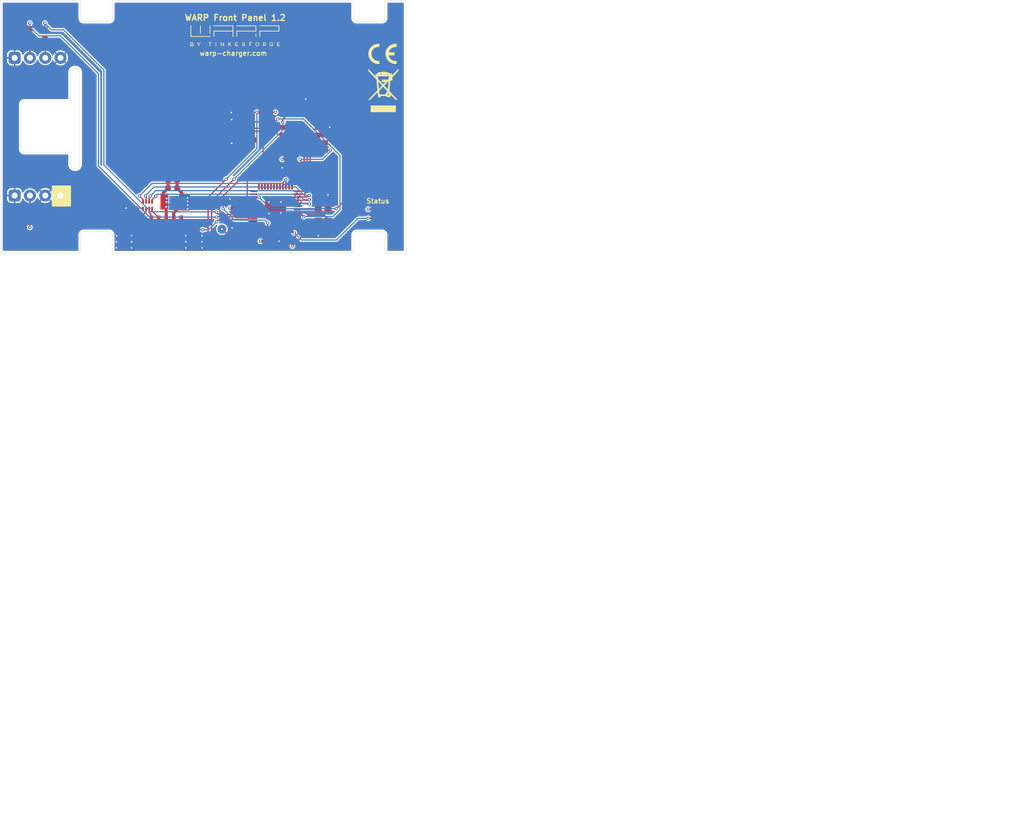
<source format=kicad_pcb>
(kicad_pcb (version 20240108) (generator "pcbnew") (generator_version "8.0")
  (title_block (title "WARP Front Panel") (date "2024-07-02") (rev "1.1") (company "Tinkerforge GmbH") (comment 1 "Licensed under CERN OHL v.1.1") (comment 2 "Copyright (©) 2024, B.Nordmeyer <bastian@tinkerforge.com>"))
  (layers (0 "F.Cu" signal) (1 "In1.Cu" signal) (2 "In2.Cu" signal) (31 "B.Cu" signal) (34 "B.Paste" user) (35 "F.Paste" user) (36 "B.SilkS" user "B.Silkscreen") (37 "F.SilkS" user "F.Silkscreen") (38 "B.Mask" user) (39 "F.Mask" user) (44 "Edge.Cuts" user))
  (net 0 "")
  (net 1 "GND")
  (net 2 "3V3")
  (net 3 "Net-(U101B-P0.10_IO{slash}XTAL1)")
  (net 4 "Net-(U101B-P0.11_IO{slash}XTAL2)")
  (net 5 "Net-(D101-K)")
  (net 6 "BOOT")
  (net 8 "M-CS-DIS")
  (net 9 "Net-(U101E-P3.0_IO)")
  (net 10 "Net-(Q101-PadD)")
  (net 11 "Net-(U103-LEDK)")
  (net 12 "DIS-BL")
  (net 13 "M-MOSI")
  (net 14 "SW-LED1")
  (net 15 "SW-LED2")
  (net 16 "nHOLD")
  (net 17 "Net-(U101D-P2.13{slash}AIO)")
  (net 18 "Net-(U101D-P2.12{slash}AIO)")
  (net 19 "nWP")
  (net 20 "DIS-AO")
  (net 21 "DIS-RESET")
  (net 22 "S-MISO")
  (net 23 "S-CLK")
  (net 24 "S-MOSI")
  (net 25 "S-CS")
  (net 26 "M-MISO")
  (net 27 "M-CLK")
  (net 28 "M-CS-FLASH")
  (net 48 "Net-(RP101-R4)")
  (net 49 "Net-(RP101-R1)")
  (net 50 "Net-(RP101-R3)")
  (net 51 "Net-(RP101-R2)")
  (net 52 "Net-(RP102-R2)")
  (net 53 "Net-(RP102-R1)")
  (net 54 "Net-(RP102-R3)")
  (net 55 "Net-(RP102-R4)")
  (net 56 "Net-(U101C-P1.2_IHO)")
  (net 58 "Net-(U101C-P1.6_IHO)")
  (net 59 "SW")
  (net 60 "Net-(U101C-P1.5_IHO)")
  (net 61 "Net-(U101B-P0.7_IO)")
  (net 63 "Net-(U101B-P0.9_IO{slash}RTC_XTAL2)")
  (footprint "tf:pin_array_1x4-P2mm_D1mm" (layer "F.Cu") (at 106.19 59.56)
    (property "Reference" "Pw1")
    (property "Value" "CONN_01X04")
  )
  (footprint "kicad-libraries:C0603F" (layer "F.Cu") (at 128.6 79.8)
    (property "Reference" "C108")
    (property "Value" "100nF")
  )
  (footprint "kicad-libraries:SolderJumper" (layer "F.Cu") (at 139.5 87.8)
    (property "Reference" "J101")
    (property "Value" "Boot")
  )
  (footprint "kicad-libraries:C0603F" (layer "F.Cu") (at 128.6 81.2)
    (property "Reference" "C112")
    (property "Value" "100nF")
  )
  (footprint "tf:pin_array_1x4-P2mm_D1mm" (layer "F.Cu") (at 106.19 82.42)
    (property "Reference" "Pw2")
    (property "Value" "CONN_01X04")
  )
  (footprint "kicad-libraries:SO-8" (layer "F.Cu") (at 150.4375 73 90)
    (property "Reference" "U102")
    (property "Value" "BY25Q128ESSIG(R)")
  )
  (footprint "kicad-libraries:R0603F" (layer "F.Cu") (at 150 67.15 90)
    (property "Reference" "R104")
    (property "Value" "1k")
  )
  (footprint "kicad-libraries:C0603F" (layer "F.Cu") (at 153.6001 83.00018)
    (property "Reference" "C104")
    (property "Value" "10pF")
  )
  (footprint "kicad-libraries:Fiducial_Mark" (layer "F.Cu") (at 107 89)
    (property "Reference" "Fiducial_Mark" (hide yes))
    (property "Value" "VAL**" (hide yes))
  )
  (footprint "kicad-libraries:SOT23GDS" (layer "F.Cu") (at 147.616 67.15 -90)
    (property "Reference" "Q101")
    (property "Value" "2N7002P")
  )
  (footprint "kicad-libraries:Fiducial_Mark" (layer "F.Cu") (at 102 52)
    (property "Reference" "Fiducial_Mark" (hide yes))
    (property "Value" "VAL**" (hide yes))
  )
  (footprint "tf:LogoWARP_15x3" (layer "F.Cu") (at 139 55.9)
    (property "Reference" "G***")
    (property "Value" "LOGO" (hide yes))
  )
  (footprint "kicad-libraries:C0603F" (layer "F.Cu") (at 144.8 90)
    (property "Reference" "C101")
    (property "Value" "100nF")
  )
  (footprint "kicad-libraries:C0603F" (layer "F.Cu") (at 147.8 90 180)
    (property "Reference" "C105")
    (property "Value" "100nF")
  )
  (footprint "kicad-libraries:C0603F" (layer "F.Cu") (at 128.6 78.4)
    (property "Reference" "C109")
    (property "Value" "2.2uF")
  )
  (footprint "kicad-libraries:R0603F" (layer "F.Cu") (at 156.85 72.3 180)
    (property "Reference" "R108")
    (property "Value" "82")
  )
  (footprint "kicad-libraries:R0603F" (layer "F.Cu") (at 142.9 73.2 180)
    (property "Reference" "R102")
    (property "Value" "82")
  )
  (footprint "kicad-libraries:C0603F" (layer "F.Cu") (at 153.6001 88.40018 180)
    (property "Reference" "C103")
    (property "Value" "10pF")
  )
  (footprint "kicad-libraries:R0603F" (layer "F.Cu") (at 145.3 75.6 90)
    (property "Reference" "R107")
    (property "Value" "82")
  )
  (footprint "kicad-libraries:CRYSTAL_3225" (layer "F.Cu") (at 153.6001 85.70018 -90)
    (property "Reference" "X101")
    (property "Value" "16MHz")
  )
  (footprint "kicad-libraries:C1210" (layer "F.Cu") (at 128.6 83.5)
    (property "Reference" "C113")
    (property "Value" "100uF")
  )
  (footprint "kicad-libraries:R0603F" (layer "F.Cu") (at 107.4 55.55 -90)
    (property "Reference" "R111")
    (property "Value" "220")
  )
  (footprint "kicad-libraries:R0603F" (layer "F.Cu") (at 144.1 70.2 180)
    (property "Reference" "R109")
    (property "Value" "82")
  )
  (footprint "kicad-libraries:C0603F" (layer "F.Cu") (at 140.1 83.8 90)
    (property "Reference" "C102")
    (property "Value" "100nF")
  )
  (footprint "kicad-libraries:TSTP_STL" (layer "F.Cu") (at 136.8 88)
    (property "Reference" "P101")
    (property "Value" "Debug")
  )
  (footprint "kicad-libraries:R0603F" (layer "F.Cu") (at 144.1 68.6 180)
    (property "Reference" "R110")
    (property "Value" "1k")
  )
  (footprint "kicad-libraries:CON-SENSOR2_180" (layer "F.Cu") (at 126.3 91.425)
    (property "Reference" "P102")
    (property "Value" "CON-SENSOR2")
  )
  (footprint "kicad-libraries:4X0402" (layer "F.Cu") (at 150.7 77.8 180)
    (property "Reference" "RP102")
    (property "Value" "82")
  )
  (footprint "kicad-libraries:R0603F" (layer "F.Cu") (at 162.7 86.2)
    (property "Reference" "R101")
    (property "Value" "1k")
  )
  (footprint "kicad-libraries:QFN48-EP2" (layer "F.Cu") (at 145.68812 84.4493 180)
    (property "Reference" "U101")
    (property "Value" "XMC1404")
  )
  (footprint "tf:CE_5mm" (layer "F.Cu") (at 163.5 58.9)
    (property "Reference" "VAL" (hide yes))
    (property "Value" "CE_5mm" (hide yes))
  )
  (footprint "kicad-libraries:R0603F" (layer "F.Cu") (at 144.1 67.2)
    (property "Reference" "R103")
    (property "Value" "4.7")
  )
  (footprint "kicad-libraries:Fiducial_Mark" (layer "F.Cu") (at 163 79)
    (property "Reference" "Fiducial_Mark" (hide yes))
    (property "Value" "VAL**" (hide yes))
  )
  (footprint "kicad-libraries:ZIF_14P_0.5mm" (layer "F.Cu") (at 140.2125 71 -90)
    (property "Reference" "U103")
    (property "Value" "~")
  )
  (footprint "kicad-libraries:4X0402" (layer "F.Cu") (at 124.4507 84.025 180)
    (property "Reference" "RP101")
    (property "Value" "82")
  )
  (footprint "kicad-libraries:R0603F" (layer "F.Cu") (at 104.9 86.1 90)
    (property "Reference" "R112")
    (property "Value" "1k")
  )
  (footprint "kicad-libraries:D0603F" (layer "F.Cu") (at 162.7 84.7)
    (property "Reference" "D101")
    (property "Value" "blue")
  )
  (footprint "kicad-libraries:C0603F" (layer "F.Cu") (at 128.6 77)
    (property "Reference" "C111")
    (property "Value" "2.2uF")
  )
  (footprint "kicad-libraries:C0603F" (layer "F.Cu") (at 147.7 77.1 -90)
    (property "Reference" "C107")
    (property "Value" "100nF")
  )
  (footprint "kicad-libraries:C0603F" (layer "F.Cu") (at 138.8 83.8 90)
    (property "Reference" "C106")
    (property "Value" "220nF")
  )
  (footprint "kicad-libraries:C0402F" (layer "F.Cu") (at 122 84.5 180)
    (property "Reference" "C114")
    (property "Value" "220pF")
  )
  (footprint "kicad-libraries:Fiducial_Mark" (layer "F.Cu") (at 155 52)
    (property "Reference" "Fiducial_Mark" (hide yes))
    (property "Value" "VAL**" (hide yes))
  )
  (footprint "kicad-libraries:R0603F" (layer "F.Cu") (at 104.9 55.5 -90)
    (property "Reference" "R113")
    (property "Value" "220")
  )
  (footprint "tf:WEEE_7mm" (layer "F.Cu") (at 163.6 65)
    (property "Reference" "VAL" (hide yes))
    (property "Value" "WEEE_7mm" (hide yes))
  )
  (gr_poly (pts (xy 108.59 80.8) (xy 111.69 80.8) (xy 111.69 84.2) (xy 108.59 84.2)) (stroke (width 0.1)) (fill solid) (layer "F.SilkS"))
  (gr_line (start 158.675 50) (end 118.575 50) (stroke (width 0.05)) (layer "Edge.Cuts"))
  (gr_line (start 118.575 92) (end 158.675 92) (stroke (width 0.05)) (layer "Edge.Cuts"))
  (gr_arc (start 113.875001 53.454555) (mid 113.521447 53.308108) (end 113.375 52.954553) (stroke (width 0.05)) (layer "Edge.Cuts"))
  (gr_line (start 118.575 50) (end 118.575 52.954554) (stroke (width 0.05)) (layer "Edge.Cuts"))
  (gr_line (start 113.375 50) (end 100 50) (stroke (width 0.05)) (layer "Edge.Cuts"))
  (gr_line (start 111.2 66.8) (end 104 66.8) (stroke (width 0.05)) (layer "Edge.Cuts"))
  (gr_arc (start 111.7 66.3) (mid 111.553553 66.653553) (end 111.2 66.8) (stroke (width 0.05)) (layer "Edge.Cuts"))
  (gr_line (start 103.5 67.3) (end 103.5 74.7) (stroke (width 0.05)) (layer "Edge.Cuts"))
  (gr_arc (start 111.675 62) (mid 112.425 61.25) (end 113.175 62) (stroke (width 0.05)) (layer "Edge.Cuts"))
  (gr_line (start 118.074999 53.454555) (end 113.875001 53.454555) (stroke (width 0.05)) (layer "Edge.Cuts"))
  (gr_line (start 113.375 52.954553) (end 113.375 50) (stroke (width 0.05)) (layer "Edge.Cuts"))
  (gr_arc (start 113.375 88.954556) (mid 113.521447 88.601002) (end 113.875001 88.454555) (stroke (width 0.05)) (layer "Edge.Cuts"))
  (gr_line (start 113.375 92) (end 113.375 88.954556) (stroke (width 0.05)) (layer "Edge.Cuts"))
  (gr_line (start 163.375 53.454555) (end 159.175 53.454555) (stroke (width 0.05)) (layer "Edge.Cuts"))
  (gr_line (start 159.175 88.454555) (end 163.375 88.454555) (stroke (width 0.05)) (layer "Edge.Cuts"))
  (gr_line (start 111.675 62) (end 111.7 66.3) (stroke (width 0.05)) (layer "Edge.Cuts"))
  (gr_line (start 158.675 52.954555) (end 158.675 50) (stroke (width 0.05)) (layer "Edge.Cuts"))
  (gr_arc (start 159.175 53.454555) (mid 158.821447 53.308108) (end 158.675 52.954555) (stroke (width 0.05)) (layer "Edge.Cuts"))
  (gr_line (start 163.875 88.954555) (end 163.875 92) (stroke (width 0.05)) (layer "Edge.Cuts"))
  (gr_line (start 158.675 92) (end 158.675 88.954555) (stroke (width 0.05)) (layer "Edge.Cuts"))
  (gr_arc (start 118.074999 88.454555) (mid 118.428553 88.601002) (end 118.575 88.954556) (stroke (width 0.05)) (layer "Edge.Cuts"))
  (gr_arc (start 113.175 77.2) (mid 112.425 77.95) (end 111.675 77.2) (stroke (width 0.05)) (layer "Edge.Cuts"))
  (gr_line (start 163.875 92) (end 167.4 92) (stroke (width 0.05)) (layer "Edge.Cuts"))
  (gr_arc (start 104 75.2) (mid 103.646447 75.053553) (end 103.5 74.7) (stroke (width 0.05)) (layer "Edge.Cuts"))
  (gr_line (start 100 50) (end 100 92) (stroke (width 0.05)) (layer "Edge.Cuts"))
  (gr_line (start 167.4 50) (end 163.875 50) (stroke (width 0.05)) (layer "Edge.Cuts"))
  (gr_line (start 111.7 75.7) (end 111.675 77.2) (stroke (width 0.05)) (layer "Edge.Cuts"))
  (gr_line (start 113.175 62) (end 113.175 77.2) (stroke (width 0.05)) (layer "Edge.Cuts"))
  (gr_line (start 163.875 50) (end 163.875 52.954555) (stroke (width 0.05)) (layer "Edge.Cuts"))
  (gr_arc (start 163.875 52.954555) (mid 163.728553 53.308108) (end 163.375 53.454555) (stroke (width 0.05)) (layer "Edge.Cuts"))
  (gr_arc (start 103.5 67.3) (mid 103.646447 66.946447) (end 104 66.8) (stroke (width 0.05)) (layer "Edge.Cuts"))
  (gr_arc (start 163.375 88.454555) (mid 163.728553 88.601002) (end 163.875 88.954555) (stroke (width 0.05)) (layer "Edge.Cuts"))
  (gr_line (start 113.875001 88.454555) (end 118.074999 88.454555) (stroke (width 0.05)) (layer "Edge.Cuts"))
  (gr_line (start 100 92) (end 113.375 92) (stroke (width 0.05)) (layer "Edge.Cuts"))
  (gr_line (start 118.575 88.954556) (end 118.575 92) (stroke (width 0.05)) (layer "Edge.Cuts"))
  (gr_line (start 104 75.2) (end 111.2 75.2) (stroke (width 0.05)) (layer "Edge.Cuts"))
  (gr_arc (start 158.675 88.954555) (mid 158.821447 88.601002) (end 159.175 88.454555) (stroke (width 0.05)) (layer "Edge.Cuts"))
  (gr_arc (start 118.575 52.954554) (mid 118.428553 53.308108) (end 118.074999 53.454555) (stroke (width 0.05)) (layer "Edge.Cuts"))
  (gr_arc (start 111.2 75.2) (mid 111.553553 75.346447) (end 111.7 75.7) (stroke (width 0.05)) (layer "Edge.Cuts"))
  (gr_line (start 167.4 92) (end 167.4 50) (stroke (width 0.05)) (layer "Edge.Cuts"))
  (gr_text "warp-charger.com" (at 138.7 58.8 0) (layer "F.SilkS") (effects (font (size 0.8 0.8))))
  (gr_text "WARP Front Panel 1.2" (at 139 52.9 0) (layer "F.SilkS") (effects (font (size 1 1) (thickness 0.2) (bold yes))))
  (gr_text "Status" (at 160.7 83.8 0) (layer "F.SilkS") (effects (font (size 0.8 0.8) (thickness 0.15) (bold yes)) (justify left bottom)))
  (segment (start 154.3501 82.3499) (end 154.4 82.3) (width 0.2) (layer "F.Cu") (net 1))
  (segment (start 154.4002 83.05028) (end 154.3501 83.00018) (width 0.2) (layer "F.Cu") (net 1))
  (segment (start 147.05 90) (end 146.3 90) (width 0.5) (layer "F.Cu") (net 1))
  (segment (start 149.49758 87.19758) (end 149.29746 87.19758) (width 0.2) (layer "F.Cu") (net 1))
  (segment (start 138.8 83.05) (end 140.1 83.05) (width 0.5) (layer "F.Cu") (net 1))
  (segment (start 140.2125 68.25) (end 138.75 68.25) (width 0.3) (layer "F.Cu") (net 1))
  (segment (start 138.8 83.05) (end 138.175 83.05) (width 0.5) (layer "F.Cu") (net 1))
  (segment (start 138.175 83.05) (end 138.125 83) (width 0.5) (layer "F.Cu") (net 1))
  (segment (start 129.35 76.15) (end 131.75 73.75) (width 0.5) (layer "F.Cu") (net 1))
  (segment (start 140.2125 73.75) (end 138.4 73.75) (width 0.3) (layer "F.Cu") (net 1))
  (segment (start 147.7 77.85) (end 146.85 77.85) (width 0.5) (layer "F.Cu") (net 1))
  (segment (start 150 66.4) (end 148.771 66.4) (width 0.2) (layer "F.Cu") (net 1))
  (segment (start 121.5 84.5) (end 120.9 84.5) (width 0.2) (layer "F.Cu") (net 1))
  (segment (start 145.55 90) (end 146.3 90) (width 0.5) (layer "F.Cu") (net 1))
  (segment (start 150 66.4) (end 150.7 66.4) (width 0.2) (layer "F.Cu") (net 1))
  (segment (start 138.75 68.25) (end 138.35 68.65) (width 0.3) (layer "F.Cu") (net 1))
  (segment (start 139 87.8) (end 138.5 87.8) (width 0.2) (layer "F.Cu") (net 1))
  (segment (start 131.75 73.75) (end 138.4 73.75) (width 0.5) (layer "F.Cu") (net 1))
  (segment (start 154.4002 84.60036) (end 154.4002 83.05028) (width 0.2) (layer "F.Cu") (net 1))
  (segment (start 148.771 66.4) (end 148.632 66.261) (width 0.2) (layer "F.Cu") (net 1))
  (segment (start 130.1494 81.9994) (end 129.35 81.2) (width 0.5) (layer "F.Cu") (net 1))
  (segment (start 154.69754 71.09754) (end 154.7 71.1) (width 0.5) (layer "F.Cu") (net 1))
  (segment (start 149 89.2) (end 149.49758 88.70242) (width 0.2) (layer "F.Cu") (net 1))
  (segment (start 130.1494 83.9506) (end 128.8 85.3) (width 0.5) (layer "F.Cu") (net 1))
  (segment (start 152.8501 88.40018) (end 152.8501 89.0499) (width 0.2) (layer "F.Cu") (net 1))
  (segment (start 129.35 81.2) (end 129.35 76.15) (width 0.5) (layer "F.Cu") (net 1))
  (segment (start 147.85 89.2) (end 149 89.2) (width 0.2) (layer "F.Cu") (net 1))
  (segment (start 140.1 83.05) (end 140.75 83.7) (width 0.2) (layer "F.Cu") (net 1))
  (segment (start 140.75 83.7) (end 142.07624 83.7) (width 0.2) (layer "F.Cu") (net 1))
  (segment (start 149.49758 88.70242) (end 149.49758 87.19758) (width 0.2) (layer "F.Cu") (net 1))
  (segment (start 154.3501 83.00018) (end 154.3501 82.3499) (width 0.2) (layer "F.Cu") (net 1))
  (segment (start 153.30516 71.09754) (end 154.69754 71.09754) (width 0.5) (layer "F.Cu") (net 1))
  (segment (start 146.85 77.85) (end 146.8 77.8) (width 0.5) (layer "F.Cu") (net 1))
  (segment (start 152.8501 86.8501) (end 152.8 86.8) (width 0.2) (layer "F.Cu") (net 1))
  (segment (start 138.35 69.75) (end 140.2125 69.75) (width 0.3) (layer "F.Cu") (net 1))
  (segment (start 147.05 90) (end 147.85 89.2) (width 0.2) (layer "F.Cu") (net 1))
  (segment (start 152.8501 88.40018) (end 152.8501 86.8501) (width 0.2) (layer "F.Cu") (net 1))
  (segment (start 152.8501 89.0499) (end 152.8 89.1) (width 0.2) (layer "F.Cu") (net 1))
  (segment (start 128.8 85.3) (end 128.8 86.625) (width 0.5) (layer "F.Cu") (net 1))
  (segment (start 130.1494 83.5) (end 130.1494 81.9994) (width 0.5) (layer "F.Cu") (net 1))
  (segment (start 130.1494 83.5) (end 130.1494 83.9506) (width 0.5) (layer "F.Cu") (net 1))
  (via (at 121.8 90.1) (size 0.55) (drill 0.25) (layers "F.Cu" "B.Cu") (net 1))
  (via (at 146.6 85.3) (size 0.55) (drill 0.25) (layers "F.Cu" "B.Cu") (net 1))
  (via (at 146.3 90) (size 0.55) (drill 0.25) (layers "F.Cu" "B.Cu") (net 1))
  (via (at 121.8 89.1) (size 0.55) (drill 0.25) (layers "F.Cu" "B.Cu") (net 1))
  (via (at 138.35 68.65) (size 0.55) (drill 0.25) (layers "F.Cu" "B.Cu") (net 1))
  (via (at 144.6 85.4) (size 0.55) (drill 0.25) (layers "F.Cu" "B.Cu") (net 1))
  (via (at 150.7 66.4) (size 0.55) (drill 0.25) (layers "F.Cu" "B.Cu") (net 1))
  (via (at 154.4 82.3) (size 0.55) (drill 0.25) (layers "F.Cu" "B.Cu") (net 1))
  (via (at 131.1 84.6) (size 0.55) (drill 0.25) (layers "F.Cu" "B.Cu") (net 1))
  (via (at 131.1 84) (size 0.55) (drill 0.25) (layers "F.Cu" "B.Cu") (net 1))
  (via (at 130.8 91.1) (size 0.55) (drill 0.25) (layers "F.Cu" "B.Cu") (net 1))
  (via (at 119.3 90.1) (size 0.55) (drill 0.25) (layers "F.Cu" "B.Cu") (net 1))
  (via (at 119.3 91.1) (size 0.55) (drill 0.25) (layers "F.Cu" "B.Cu") (net 1))
  (via (at 146.6 83.5) (size 0.55) (drill 0.25) (layers "F.Cu" "B.Cu") (net 1))
  (via (at 121.8 91.1) (size 0.55) (drill 0.25) (layers "F.Cu" "B.Cu") (net 1))
  (via (at 138.4 69.8) (size 0.55) (drill 0.25) (layers "F.Cu" "B.Cu") (net 1))
  (via (at 146.8 77.8) (size 0.55) (drill 0.25) (layers "F.Cu" "B.Cu") (net 1))
  (via (at 133.5 89.1) (size 0.55) (drill 0.25) (layers "F.Cu" "B.Cu") (net 1))
  (via (at 131.1 83.4) (size 0.55) (drill 0.25) (layers "F.Cu" "B.Cu") (net 1))
  (via (at 138.4 73.75) (size 0.55) (drill 0.25) (layers "F.Cu" "B.Cu") (net 1))
  (via (at 119.3 89.1) (size 0.55) (drill 0.25) (layers "F.Cu" "B.Cu") (net 1))
  (via (at 130.8 90.1) (size 0.55) (drill 0.25) (layers "F.Cu" "B.Cu") (net 1))
  (via (at 133.5 91.1) (size 0.55) (drill 0.25) (layers "F.Cu" "B.Cu") (net 1))
  (via (at 138.125 83) (size 0.55) (drill 0.25) (layers "F.Cu" "B.Cu") (net 1))
  (via (at 130.8 89.1) (size 0.55) (drill 0.25) (layers "F.Cu" "B.Cu") (net 1))
  (via (at 144.6 83.5) (size 0.55) (drill 0.25) (layers "F.Cu" "B.Cu") (net 1))
  (via (at 133.5 90.1) (size 0.55) (drill 0.25) (layers "F.Cu" "B.Cu") (net 1))
  (via (at 131.1 82.8) (size 0.55) (drill 0.25) (layers "F.Cu" "B.Cu") (net 1))
  (via (at 138.5 87.8) (size 0.55) (drill 0.25) (layers "F.Cu" "B.Cu") (net 1))
  (via (at 120.9 84.5) (size 0.55) (drill 0.25) (layers "F.Cu" "B.Cu") (net 1))
  (via (at 152.8 89.1) (size 0.55) (drill 0.25) (layers "F.Cu" "B.Cu") (net 1))
  (via (at 154.7 71.1) (size 0.55) (drill 0.25) (layers "F.Cu" "B.Cu") (net 1))
  (segment (start 138.35 73.7) (end 138.4 73.75) (width 0.5) (layer "B.Cu") (net 1))
  (segment (start 138.35 68.65) (end 138.35 73.7) (width 0.5) (layer "B.Cu") (net 1))
  (segment (start 127.55 86.625) (end 127.55 84.3) (width 0.5) (layer "F.Cu") (net 2))
  (segment (start 140.1 84.55) (end 140.75 84.55) (width 0.2) (layer "F.Cu") (net 2))
  (segment (start 147.7 75.03262) (end 147.56984 74.90246) (width 0.5) (layer "F.Cu") (net 2))
  (segment (start 127.55 84.3) (end 127.55 82.95) (width 0.5) (layer "F.Cu") (net 2))
  (segment (start 138.175 84.55) (end 138.125 84.5) (width 0.5) (layer "F.Cu") (net 2))
  (segment (start 131.2 72.5) (end 127.85 75.85) (width 0.5) (layer "F.Cu") (net 2))
  (segment (start 127.0506 83.8006) (end 127.55 84.3) (width 0.5) (layer "F.Cu") (net 2))
  (segment (start 127.0506 83.5) (end 127.0506 83.8006) (width 0.5) (layer "F.Cu") (net 2))
  (segment (start 140.2125 72.25) (end 139.05 72.25) (width 0.3) (layer "F.Cu") (net 2))
  (segment (start 127.85 75.85) (end 127.85 81.2) (width 0.5) (layer "F.Cu") (net 2))
  (segment (start 140.1875 69.225) (end 140.2125 69.25) (width 0.3) (layer "F.Cu") (net 2))
  (segment (start 127.0506 83.5) (end 127.6 83.5) (width 0.5) (layer "F.Cu") (net 2))
  (segment (start 147.7 76.35) (end 147.7 75.03262) (width 0.5) (layer "F.Cu") (net 2))
  (segment (start 138.8 84.55) (end 140.1 84.55) (width 0.4) (layer "F.Cu") (net 2))
  (segment (start 148.55 90) (end 149.3 90) (width 0.2) (layer "F.Cu") (net 2))
  (segment (start 144.85 68.6) (end 145.7 68.6) (width 0.2) (layer "F.Cu") (net 2))
  (segment (start 137.6 71.3) (end 137.6 69.786827) (width 0.3) (layer "F.Cu") (net 2))
  (segment (start 136.4 72.5) (end 131.2 72.5) (width 0.5) (layer "F.Cu") (net 2))
  (segment (start 161.95 84.7) (end 161.1 84.7) (width 0.2) (layer "F.Cu") (net 2))
  (segment (start 148.55 90.75) (end 148.5 90.8) (width 0.5) (layer "F.Cu") (net 2))
  (segment (start 138.161827 69.225) (end 140.1875 69.225) (width 0.3) (layer "F.Cu") (net 2))
  (segment (start 139.05 72.75) (end 138.8 72.5) (width 0.3) (layer "F.Cu") (net 2))
  (segment (start 150.4 88.9) (end 150.4 87.02316) (width 0.2) (layer "F.Cu") (net 2))
  (segment (start 144.05 90) (end 143.9406 89.8906) (width 0.2) (layer "F.Cu") (net 2))
  (segment (start 140.8 85.20042) (end 139.45042 85.20042) (width 0.2) (layer "F.Cu") (net 2))
  (segment (start 139.45042 85.20042) (end 138.8 84.55) (width 0.2) (layer "F.Cu") (net 2))
  (segment (start 127.0506 83.5) (end 127.0506 81.9994) (width 0.5) (layer "F.Cu") (net 2))
  (segment (start 136.4 72.5) (end 137.6 71.3) (width 0.3) (layer "F.Cu") (net 2))
  (segment (start 140.2125 72.75) (end 139.05 72.75) (width 0.3) (layer "F.Cu") (net 2))
  (segment (start 127.0506 81.9994) (end 127.85 81.2) (width 0.5) (layer "F.Cu") (net 2))
  (segment (start 127.55 82.95) (end 127.6 82.9) (width 0.5) (layer "F.Cu") (net 2))
  (segment (start 146.85 76.35) (end 146.8 76.4) (width 0.5) (layer "F.Cu") (net 2))
  (segment (start 141.3022 84.69822) (end 140.8 85.20042) (width 0.2) (layer "F.Cu") (net 2))
  (segment (start 150.4 87.02316) (end 150.07404 86.6972) (width 0.2) (layer "F.Cu") (net 2))
  (segment (start 136.4 72.5) (end 138.8 72.5) (width 0.5) (layer "F.Cu") (net 2))
  (segment (start 149.3 90) (end 150.4 88.9) (width 0.2) (layer "F.Cu") (net 2))
  (segment (start 127.0506 83.4494) (end 127.6 82.9) (width 0.5) (layer "F.Cu") (net 2))
  (segment (start 141.09962 84.20038) (end 142.07624 84.20038) (width 0.2) (layer "F.Cu") (net 2))
  (segment (start 142.07624 84.69822) (end 141.3022 84.69822) (width 0.2) (layer "F.Cu") (net 2))
  (segment (start 137.6 69.786827) (end 138.161827 69.225) (width 0.3) (layer "F.Cu") (net 2))
  (segment (start 104.9 86.85) (end 104.9 87.7) (width 0.2) (layer "F.Cu") (net 2))
  (segment (start 143.9406 89.8906) (end 143.9406 88.06118) (width 0.2) (layer "F.Cu") (net 2))
  (segment (start 140.75 84.55) (end 141.09962 84.20038) (width 0.2) (layer "F.Cu") (net 2))
  (segment (start 127.0506 83.5) (end 127.0506 83.4494) (width 0.5) (layer "F.Cu") (net 2))
  (segment (start 148.55 90) (end 148.616455 90) (width 0.2) (layer "F.Cu") (net 2))
  (segment (start 138.8 84.55) (end 138.175 84.55) (width 0.5) (layer "F.Cu") (net 2))
  (segment (start 139.05 72.25) (end 138.8 72.5) (width 0.3) (layer "F.Cu") (net 2))
  (segment (start 147.7 76.35) (end 146.85 76.35) (width 0.5) (layer "F.Cu") (net 2))
  (segment (start 150.07404 86.6972) (end 149.3 86.6972) (width 0.2) (layer "F.Cu") (net 2))
  (segment (start 148.55 90) (end 148.55 90.75) (width 0.5) (layer "F.Cu") (net 2))
  (segment (start 144.15 90) (end 143.2 90) (width 0.5) (layer "F.Cu") (net 2))
  (via (at 161.1 84.7) (size 0.55) (drill 0.25) (layers "F.Cu" "B.Cu") (net 2))
  (via (at 143.2 90) (size 0.55) (drill 0.25) (layers "F.Cu" "B.Cu") (net 2))
  (via (at 148.5 90.8) (size 0.55) (drill 0.25) (layers "F.Cu" "B.Cu") (net 2))
  (via (at 146.8 76.4) (size 0.55) (drill 0.25) (layers "F.Cu" "B.Cu") (net 2))
  (via (at 127.6 82.9) (size 0.55) (drill 0.25) (layers "F.Cu" "B.Cu") (net 2))
  (via (at 127.55 84.3) (size 0.55) (drill 0.25) (layers "F.Cu" "B.Cu") (net 2))
  (via (at 145.7 68.6) (size 0.55) (drill 0.25) (layers "F.Cu" "B.Cu") (net 2))
  (via (at 138.125 84.5) (size 0.55) (drill 0.25) (layers "F.Cu" "B.Cu") (net 2))
  (via (at 127.6 83.5) (size 0.55) (drill 0.25) (layers "F.Cu" "B.Cu") (net 2))
  (via (at 104.9 87.7) (size 0.55) (drill 0.25) (layers "F.Cu" "B.Cu") (net 2))
  (segment (start 151.1 85.7) (end 150.5986 85.1986) (width 0.2) (layer "F.Cu") (net 3))
  (segment (start 154.4002 88.35008) (end 154.3501 88.40018) (width 0.2) (layer "F.Cu") (net 3))
  (segment (start 150.5986 85.1986) (end 149.3 85.1986) (width 0.2) (layer "F.Cu") (net 3))
  (segment (start 154.4002 86.8) (end 154.4002 86.3002) (width 0.2) (layer "F.Cu") (net 3))
  (segment (start 153.8 85.7) (end 151.1 85.7) (width 0.2) (layer "F.Cu") (net 3))
  (segment (start 154.4002 86.3002) (end 153.8 85.7) (width 0.2) (layer "F.Cu") (net 3))
  (segment (start 154.4002 86.8) (end 154.4002 88.35008) (width 0.2) (layer "F.Cu") (net 3))
  (segment (start 152.8 84.60036) (end 152.70036 84.7) (width 0.2) (layer "F.Cu") (net 4))
  (segment (start 149.30178 84.7) (end 149.3 84.69822) (width 0.2) (layer "F.Cu") (net 4))
  (segment (start 152.8 83.05028) (end 152.8501 83.00018) (width 0.2) (layer "F.Cu") (net 4))
  (segment (start 152.70036 84.7) (end 149.30178 84.7) (width 0.2) (layer "F.Cu") (net 4))
  (segment (start 152.8 84.60036) (end 152.8 83.05028) (width 0.2) (layer "F.Cu") (net 4))
  (segment (start 163.45 86.2) (end 163.45 84.7) (width 0.2) (layer "F.Cu") (net 5))
  (segment (start 141.35272 86.6972) (end 142.07624 86.6972) (width 0.2) (layer "F.Cu") (net 6))
  (segment (start 140.24992 87.8) (end 141.35272 86.6972) (width 0.2) (layer "F.Cu") (net 6))
  (segment (start 139.65 87.8) (end 140.24992 87.8) (width 0.2) (layer "F.Cu") (net 6))
  (segment (start 142.1 73.25) (end 140.2125 73.25) (width 0.2) (layer "F.Cu") (net 8))
  (segment (start 142.15 73.2) (end 142.1 73.25) (width 0.2) (layer "F.Cu") (net 8))
  (segment (start 143.65 73.2) (end 143.65 75.85) (width 0.2) (layer "F.Cu") (net 9))
  (segment (start 144.4 88.02274) (end 144.43844 88.06118) (width 0.2) (layer "F.Cu") (net 9))
  (segment (start 144.4 87) (end 144.4 88.02274) (width 0.2) (layer "F.Cu") (net 9))
  (segment (start 143.65 75.85) (end 137 82.5) (width 0.2) (layer "F.Cu") (net 9))
  (segment (start 137 82.5) (end 137 84.6) (width 0.2) (layer "F.Cu") (net 9))
  (via (at 144.4 87) (size 0.55) (drill 0.25) (layers "F.Cu" "B.Cu") (net 9))
  (via (at 137 84.6) (size 0.55) (drill 0.25) (layers "F.Cu" "B.Cu") (net 9))
  (segment (start 138.9 86.5) (end 143.9 86.5) (width 0.2) (layer "B.Cu") (net 9))
  (segment (start 137 84.6) (end 138.9 86.5) (width 0.2) (layer "B.Cu") (net 9))
  (segment (start 143.9 86.5) (end 144.4 87) (width 0.2) (layer "B.Cu") (net 9))
  (segment (start 146.55 67.2) (end 146.6 67.15) (width 0.2) (layer "F.Cu") (net 10))
  (segment (start 144.85 67.2) (end 146.55 67.2) (width 0.2) (layer "F.Cu") (net 10))
  (segment (start 143.35 67.2) (end 142 67.2) (width 0.2) (layer "F.Cu") (net 11))
  (segment (start 141.6 68.3) (end 141.15 68.75) (width 0.2) (layer "F.Cu") (net 11))
  (segment (start 141.6 67.6) (end 141.6 68.3) (width 0.2) (layer "F.Cu") (net 11))
  (segment (start 141.15 68.75) (end 140.2125 68.75) (width 0.2) (layer "F.Cu") (net 11))
  (segment (start 142 67.2) (end 141.6 67.6) (width 0.2) (layer "F.Cu") (net 11))
  (segment (start 146.9 70.273758) (end 146.9 69.771) (width 0.2) (layer "F.Cu") (net 12))
  (segment (start 146.9 69.771) (end 148.632 68.039) (width 0.2) (layer "F.Cu") (net 12))
  (segment (start 135.1 88.7) (end 135.8 89.4) (width 0.2) (layer "F.Cu") (net 12))
  (segment (start 148.632 68.039) (end 149.861 68.039) (width 0.2) (layer "F.Cu") (net 12))
  (segment (start 135.8 89.4) (end 141.60102 89.4) (width 0.2) (layer "F.Cu") (net 12))
  (segment (start 138.8 79.7) (end 135.1 83.4) (width 0.2) (layer "F.Cu") (net 12))
  (segment (start 141.60102 89.4) (end 142.93984 88.06118) (width 0.2) (layer "F.Cu") (net 12))
  (segment (start 135.1 83.4) (end 135.1 88.7) (width 0.2) (layer "F.Cu") (net 12))
  (segment (start 149.861 68.039) (end 150 67.9) (width 0.2) (layer "F.Cu") (net 12))
  (via (at 138.8 79.7) (size 0.55) (drill 0.25) (layers "F.Cu" "B.Cu") (net 12))
  (via (at 146.9 70.273758) (size 0.55) (drill 0.25) (layers "F.Cu" "B.Cu") (net 12))
  (segment (start 146.9 70.273758) (end 146.9 71.6) (width 0.2) (layer "B.Cu") (net 12))
  (segment (start 146.9 71.6) (end 138.8 79.7) (width 0.2) (layer "B.Cu") (net 12))
  (segment (start 147.41738 71.25) (end 140.2125 71.25) (width 0.2) (layer "F.Cu") (net 13))
  (segment (start 147.56984 71.09754) (end 147.41738 71.25) (width 0.2) (layer "F.Cu") (net 13))
  (segment (start 150.94892 73.216446) (end 150.94892 77.225) (width 0.2) (layer "F.Cu") (net 13))
  (segment (start 147.56984 71.09754) (end 148.830014 71.09754) (width 0.2) (layer "F.Cu") (net 13))
  (segment (start 148.830014 71.09754) (end 150.94892 73.216446) (width 0.2) (layer "F.Cu") (net 13))
  (segment (start 104.92 56.27) (end 104.92 59.56) (width 0.2) (layer "F.Cu") (net 14))
  (segment (start 104.9 56.25) (end 104.92 56.27) (width 0.2) (layer "F.Cu") (net 14))
  (segment (start 107.4 56.3) (end 107.46 56.36) (width 0.2) (layer "F.Cu") (net 15))
  (segment (start 107.46 56.36) (end 107.46 59.56) (width 0.2) (layer "F.Cu") (net 15))
  (segment (start 145.3 74.85) (end 145.3 74.2) (width 0.2) (layer "F.Cu") (net 16))
  (segment (start 145.3 74.2) (end 145.86754 73.63246) (width 0.2) (layer "F.Cu") (net 16))
  (segment (start 145.86754 73.63246) (end 147.56984 73.63246) (width 0.2) (layer "F.Cu") (net 16))
  (segment (start 142.2 78.6) (end 141 79.8) (width 0.2) (layer "F.Cu") (net 17))
  (segment (start 145.3 77.2) (end 143.9 78.6) (width 0.2) (layer "F.Cu") (net 17))
  (segment (start 141 82.89742) (end 141.3022 83.19962) (width 0.2) (layer "F.Cu") (net 17))
  (segment (start 141.3022 83.19962) (end 142.07624 83.19962) (width 0.2) (layer "F.Cu") (net 17))
  (segment (start 141 79.8) (end 141 82.89742) (width 0.2) (layer "F.Cu") (net 17))
  (segment (start 143.9 78.6) (end 142.2 78.6) (width 0.2) (layer "F.Cu") (net 17))
  (segment (start 145.3 76.35) (end 145.3 77.2) (width 0.2) (layer "F.Cu") (net 17))
  (segment (start 157.6 82.8) (end 155.8 84.6) (width 0.2) (layer "F.Cu") (net 18))
  (segment (start 142.09946 82.725) (end 142.07624 82.70178) (width 0.2) (layer "F.Cu") (net 18))
  (segment (start 157.6 80.1) (end 157.6 82.8) (width 0.2) (layer "F.Cu") (net 18))
  (segment (start 143 82.725) (end 142.09946 82.725) (width 0.2) (layer "F.Cu") (net 18))
  (segment (start 157.6 72.3) (end 157.6 80.1) (width 0.2) (layer "F.Cu") (net 18))
  (via (at 155.8 84.6) (size 0.55) (drill 0.25) (layers "F.Cu" "B.Cu") (net 18))
  (via (at 143 82.725) (size 0.55) (drill 0.25) (layers "F.Cu" "B.Cu") (net 18))
  (segment (start 155.8 84.6) (end 144.875 84.6) (width 0.2) (layer "B.Cu") (net 18))
  (segment (start 144.875 84.6) (end 143 82.725) (width 0.2) (layer "B.Cu") (net 18))
  (segment (start 156.1 72.3) (end 153.3727 72.3) (width 0.2) (layer "F.Cu") (net 19))
  (segment (start 153.3727 72.3) (end 153.30516 72.36754) (width 0.2) (layer "F.Cu") (net 19))
  (segment (start 141.7 70.2) (end 143.35 70.2) (width 0.2) (layer "F.Cu") (net 20))
  (segment (start 141.15 70.75) (end 141.7 70.2) (width 0.2) (layer "F.Cu") (net 20))
  (segment (start 140.2125 70.75) (end 141.15 70.75) (width 0.2) (layer "F.Cu") (net 20))
  (segment (start 141.05 70.25) (end 140.2125 70.25) (width 0.2) (layer "F.Cu") (net 21))
  (segment (start 143.35 68.6) (end 142.3 68.6) (width 0.2) (layer "F.Cu") (net 21))
  (segment (start 137.5 79.7) (end 134.5 82.7) (width 0.2) (layer "F.Cu") (net 21))
  (segment (start 135.7 89.9) (end 142.32492 89.9) (width 0.2) (layer "F.Cu") (net 21))
  (segment (start 134.5 82.7) (end 134.5 88.7) (width 0.2) (layer "F.Cu") (net 21))
  (segment (start 134.5 88.7) (end 135.7 89.9) (width 0.2) (layer "F.Cu") (net 21))
  (segment (start 142.32492 89.9) (end 143.44022 88.7847) (width 0.2) (layer "F.Cu") (net 21))
  (segment (start 142.3 68.6) (end 141.6 69.3) (width 0.2) (layer "F.Cu") (net 21))
  (segment (start 141.6 69.3) (end 141.6 69.7) (width 0.2) (layer "F.Cu") (net 21))
  (segment (start 143.44022 88.7847) (end 143.44022 88.06118) (width 0.2) (layer "F.Cu") (net 21))
  (segment (start 141.6 69.7) (end 141.05 70.25) (width 0.2) (layer "F.Cu") (net 21))
  (via (at 142.6 68.6) (size 0.55) (drill 0.25) (layers "F.Cu" "B.Cu") (net 21))
  (via (at 137.5 79.7) (size 0.55) (drill 0.25) (layers "F.Cu" "B.Cu") (net 21))
  (segment (start 137.5 79.7) (end 142.6 74.6) (width 0.2) (layer "B.Cu") (net 21))
  (segment (start 142.6 74.6) (end 142.6 68.6) (width 0.2) (layer "B.Cu") (net 21))
  (segment (start 123.7014 83.45) (end 123.7014 83.1014) (width 0.2) (layer "F.Cu") (net 22))
  (segment (start 147.4 80.80178) (end 147.43564 80.83742) (width 0.2) (layer "F.Cu") (net 22))
  (segment (start 123.7014 83.1014) (end 123.1 82.5) (width 0.2) (layer "F.Cu") (net 22))
  (segment (start 147.4 79.8) (end 147.4 80.80178) (width 0.2) (layer "F.Cu") (net 22))
  (via (at 147.4 79.8) (size 0.55) (drill 0.25) (layers "F.Cu" "B.Cu") (net 22))
  (via (at 123.1 82.5) (size 0.55) (drill 0.25) (layers "F.Cu" "B.Cu") (net 22))
  (segment (start 123.1 82.5) (end 125.2 80.4) (width 0.2) (layer "B.Cu") (net 22))
  (segment (start 146.8 80.4) (end 147.4 79.8) (width 0.2) (layer "B.Cu") (net 22))
  (segment (start 125.2 80.4) (end 146.8 80.4) (width 0.2) (layer "B.Cu") (net 22))
  (segment (start 151.214276 83.19962) (end 149.3 83.19962) (width 0.2) (layer "F.Cu") (net 23))
  (segment (start 151.304963 83.108933) (end 151.214276 83.19962) (width 0.2) (layer "F.Cu") (net 23))
  (segment (start 124.69962 83.45) (end 124.69962 82.70038) (width 0.2) (layer "F.Cu") (net 23))
  (segment (start 124.69962 82.70038) (end 124.9 82.5) (width 0.2) (layer "F.Cu") (net 23))
  (via (at 124.9 82.5) (size 0.55) (drill 0.25) (layers "F.Cu" "B.Cu") (net 23))
  (via (at 151.304963 83.108933) (size 0.55) (drill 0.25) (layers "F.Cu" "B.Cu") (net 23))
  (segment (start 125.8 81.6) (end 124.9 82.5) (width 0.2) (layer "B.Cu") (net 23))
  (segment (start 150.408933 83.108933) (end 148.9 81.6) (width 0.2) (layer "B.Cu") (net 23))
  (segment (start 151.304963 83.108933) (end 150.408933 83.108933) (width 0.2) (layer "B.Cu") (net 23))
  (segment (start 148.9 81.6) (end 125.8 81.6) (width 0.2) (layer "B.Cu") (net 23))
  (segment (start 124.20178 83.45) (end 124.20178 82.60178) (width 0.2) (layer "F.Cu") (net 24))
  (segment (start 151.3 82.4) (end 151.05 82.65) (width 0.2) (layer "F.Cu") (net 24))
  (segment (start 124.20178 82.60178) (end 124.1 82.5) (width 0.2) (layer "F.Cu") (net 24))
  (segment (start 151.05 82.65) (end 149.35178 82.65) (width 0.2) (layer "F.Cu") (net 24))
  (segment (start 149.35178 82.65) (end 149.3 82.70178) (width 0.2) (layer "F.Cu") (net 24))
  (via (at 151.3 82.4) (size 0.55) (drill 0.25) (layers "F.Cu" "B.Cu") (net 24))
  (via (at 124.1 82.5) (size 0.55) (drill 0.25) (layers "F.Cu" "B.Cu") (net 24))
  (segment (start 124.1 82.407537) (end 124.1 82.5) (width 0.2) (layer "B.Cu") (net 24))
  (segment (start 150.475 82.4) (end 149.075 81) (width 0.2) (layer "B.Cu") (net 24))
  (segment (start 151.3 82.4) (end 150.475 82.4) (width 0.2) (layer "B.Cu") (net 24))
  (segment (start 149.075 81) (end 125.507537 81) (width 0.2) (layer "B.Cu") (net 24))
  (segment (start 125.507537 81) (end 124.1 82.407537) (width 0.2) (layer "B.Cu") (net 24))
  (segment (start 125.8 82.5) (end 125.2 83.1) (width 0.2) (layer "F.Cu") (net 25))
  (segment (start 151.299936 83.808918) (end 151.191018 83.7) (width 0.2) (layer "F.Cu") (net 25))
  (segment (start 125.2 83.1) (end 125.2 83.45) (width 0.2) (layer "F.Cu") (net 25))
  (segment (start 151.191018 83.7) (end 149.3 83.7) (width 0.2) (layer "F.Cu") (net 25))
  (via (at 125.8 82.5) (size 0.55) (drill 0.25) (layers "F.Cu" "B.Cu") (net 25))
  (via (at 151.299936 83.808918) (size 0.55) (drill 0.25) (layers "F.Cu" "B.Cu") (net 25))
  (segment (start 151.291018 83.8) (end 151.299936 83.808918) (width 0.2) (layer "B.Cu") (net 25))
  (segment (start 150.282537 83.8) (end 151.291018 83.8) (width 0.2) (layer "B.Cu") (net 25))
  (segment (start 148.682537 82.2) (end 150.282537 83.8) (width 0.2) (layer "B.Cu") (net 25))
  (segment (start 126.1 82.2) (end 148.682537 82.2) (width 0.2) (layer "B.Cu") (net 25))
  (segment (start 125.8 82.5) (end 126.1 82.2) (width 0.2) (layer "B.Cu") (net 25))
  (segment (start 151.4493 77.225) (end 151.4493 74.1885) (width 0.2) (layer "F.Cu") (net 26))
  (segment (start 152.00534 73.63246) (end 153.30516 73.63246) (width 0.2) (layer "F.Cu") (net 26))
  (segment (start 153.33762 73.6) (end 153.30516 73.63246) (width 0.2) (layer "F.Cu") (net 26))
  (segment (start 151.4493 74.1885) (end 152.00534 73.63246) (width 0.2) (layer "F.Cu") (net 26))
  (segment (start 149.06754 72.36754) (end 147.56984 72.36754) (width 0.2) (layer "F.Cu") (net 27))
  (segment (start 150.45108 77.225) (end 150.45108 73.75108) (width 0.2) (layer "F.Cu") (net 27))
  (segment (start 150.45108 73.75108) (end 149.06754 72.36754) (width 0.2) (layer "F.Cu") (net 27))
  (segment (start 146.16754 72.36754) (end 147.56984 72.36754) (width 0.2) (layer "F.Cu") (net 27))
  (segment (start 140.2125 71.75) (end 145.55 71.75) (width 0.2) (layer "F.Cu") (net 27))
  (segment (start 145.55 71.75) (end 146.16754 72.36754) (width 0.2) (layer "F.Cu") (net 27))
  (segment (start 153.30516 74.90246) (end 154.79754 74.90246) (width 0.2) (layer "F.Cu") (net 28))
  (segment (start 149.8 76.4) (end 149.9507 76.5507) (width 0.2) (layer "F.Cu") (net 28))
  (segment (start 154.79754 74.90246) (end 154.8 74.9) (width 0.2) (layer "F.Cu") (net 28))
  (segment (start 149.9507 76.5507) (end 149.9507 77.225) (width 0.2) (layer "F.Cu") (net 28))
  (via (at 149.8 76.4) (size 0.55) (drill 0.25) (layers "F.Cu" "B.Cu") (net 28))
  (via (at 154.8 74.9) (size 0.55) (drill 0.25) (layers "F.Cu" "B.Cu") (net 28))
  (segment (start 149.8 76.4) (end 153.5 76.4) (width 0.2) (layer "B.Cu") (net 28))
  (segment (start 153.5 76.4) (end 154.8 75.1) (width 0.2) (layer "B.Cu") (net 28))
  (segment (start 154.8 75.1) (end 154.8 74.9) (width 0.2) (layer "B.Cu") (net 28))
  (segment (start 122.55 84.55) (end 122.5 84.5) (width 0.2) (layer "F.Cu") (net 48))
  (segment (start 122.55 86.625) (end 122.55 84.55) (width 0.2) (layer "F.Cu") (net 48))
  (segment (start 122.5 84.5) (end 123.6014 84.5) (width 0.2) (layer "F.Cu") (net 48))
  (segment (start 123.6014 84.5) (end 123.7014 84.6) (width 0.2) (layer "F.Cu") (net 48))
  (segment (start 126.3 86.625) (end 126.3 86.1) (width 0.2) (layer "F.Cu") (net 49))
  (segment (start 126.3 86.1) (end 125.2 85) (width 0.2) (layer "F.Cu") (net 49))
  (segment (start 125.2 85) (end 125.2 84.6) (width 0.2) (layer "F.Cu") (net 49))
  (segment (start 123.8 85.5) (end 124.20178 85.09822) (width 0.2) (layer "F.Cu") (net 50))
  (segment (start 124.20178 85.09822) (end 124.20178 84.6) (width 0.2) (layer "F.Cu") (net 50))
  (segment (start 123.8 86.625) (end 123.8 85.5) (width 0.2) (layer "F.Cu") (net 50))
  (segment (start 124.69962 85.19962) (end 125 85.5) (width 0.2) (layer "F.Cu") (net 51))
  (segment (start 124.69962 84.6) (end 124.69962 85.19962) (width 0.2) (layer "F.Cu") (net 51))
  (segment (start 125 86.575) (end 125.05 86.625) (width 0.2) (layer "F.Cu") (net 51))
  (segment (start 125 85.5) (end 125 86.575) (width 0.2) (layer "F.Cu") (net 51))
  (segment (start 150.94892 80.95108) (end 150.19898 81.70102) (width 0.2) (layer "F.Cu") (net 52))
  (segment (start 150.19898 81.70102) (end 149.3 81.70102) (width 0.2) (layer "F.Cu") (net 52))
  (segment (start 150.94892 78.375) (end 150.94892 80.95108) (width 0.2) (layer "F.Cu") (net 52))
  (segment (start 151.4493 81.2507) (end 150.4986 82.2014) (width 0.2) (layer "F.Cu") (net 53))
  (segment (start 151.4493 78.375) (end 151.4493 81.2507) (width 0.2) (layer "F.Cu") (net 53))
  (segment (start 150.4986 82.2014) (end 149.3 82.2014) (width 0.2) (layer "F.Cu") (net 53))
  (segment (start 148.4364 80.108494) (end 148.894894 79.65) (width 0.2) (layer "F.Cu") (net 54))
  (segment (start 148.4364 80.83742) (end 148.4364 80.108494) (width 0.2) (layer "F.Cu") (net 54))
  (segment (start 148.894894 79.65) (end 149.85 79.65) (width 0.2) (layer "F.Cu") (net 54))
  (segment (start 150.45108 79.04892) (end 150.45108 78.375) (width 0.2) (layer "F.Cu") (net 54))
  (segment (start 149.85 79.65) (end 150.45108 79.04892) (width 0.2) (layer "F.Cu") (net 54))
  (segment (start 149.7 79.3) (end 149.9507 79.0493) (width 0.2) (layer "F.Cu") (net 55))
  (segment (start 147.93602 80.1139) (end 148.74992 79.3) (width 0.2) (layer "F.Cu") (net 55))
  (segment (start 149.9507 79.0493) (end 149.9507 78.375) (width 0.2) (layer "F.Cu") (net 55))
  (segment (start 147.93602 80.83742) (end 147.93602 80.1139) (width 0.2) (layer "F.Cu") (net 55))
  (segment (start 148.74992 79.3) (end 149.7 79.3) (width 0.2) (layer "F.Cu") (net 55))
  (segment (start 142.07624 87.19758) (end 142.07624 87.82376) (width 0.2) (layer "F.Cu") (net 56))
  (segment (start 141 88.9) (end 137.7 88.9) (width 0.2) (layer "F.Cu") (net 56))
  (segment (start 137.7 88.9) (end 136.8 88) (width 0.2) (layer "F.Cu") (net 56))
  (segment (start 142.07624 87.82376) (end 141 88.9) (width 0.2) (layer "F.Cu") (net 56))
  (segment (start 136.3 85.6) (end 140.95132 85.6) (width 0.2) (layer "F.Cu") (net 58))
  (segment (start 141.35272 85.1986) (end 142.07624 85.1986) (width 0.2) (layer "F.Cu") (net 58))
  (segment (start 140.95132 85.6) (end 141.35272 85.1986) (width 0.2) (layer "F.Cu") (net 58))
  (segment (start 135.9 85.2) (end 136.3 85.6) (width 0.2) (layer "F.Cu") (net 58))
  (segment (start 107.4 53.8) (end 107.4 54.8) (width 0.2) (layer "F.Cu") (net 58))
  (via (at 135.9 85.2) (size 0.55) (drill 0.25) (layers "F.Cu" "B.Cu") (net 58))
  (via (at 107.4 53.8) (size 0.55) (drill 0.25) (layers "F.Cu" "B.Cu") (net 58))
  (segment (start 108.5 54.9) (end 110.5 54.9) (width 0.2) (layer "B.Cu") (net 58))
  (segment (start 110.5 54.9) (end 117.2 61.6) (width 0.2) (layer "B.Cu") (net 58))
  (segment (start 124.957537 85.1) (end 128.35 85.1) (width 0.2) (layer "B.Cu") (net 58))
  (segment (start 135.825 85.125) (end 135.9 85.2) (width 0.2) (layer "B.Cu") (net 58))
  (segment (start 117.2 77.342463) (end 124.957537 85.1) (width 0.2) (layer "B.Cu") (net 58))
  (segment (start 128.35 85.1) (end 128.375 85.125) (width 0.2) (layer "B.Cu") (net 58))
  (segment (start 107.4 53.8) (end 108.5 54.9) (width 0.2) (layer "B.Cu") (net 58))
  (segment (start 128.375 85.125) (end 135.825 85.125) (width 0.2) (layer "B.Cu") (net 58))
  (segment (start 117.2 61.6) (end 117.2 77.342463) (width 0.2) (layer "B.Cu") (net 58))
  (segment (start 141.34445 86.19682) (end 141.14127 86.4) (width 0.2) (layer "F.Cu") (net 59))
  (segment (start 133.6 88.1) (end 121 88.1) (width 0.2) (layer "F.Cu") (net 59))
  (segment (start 136.3 86.4) (end 135.9 86.8) (width 0.2) (layer "F.Cu") (net 59))
  (segment (start 118.25 85.35) (end 104.9 85.35) (width 0.2) (layer "F.Cu") (net 59))
  (segment (start 104.92 82.42) (end 104.92 85.33) (width 0.2) (layer "F.Cu") (net 59))
  (segment (start 121 88.1) (end 118.25 85.35) (width 0.2) (layer "F.Cu") (net 59))
  (segment (start 104.92 85.33) (end 104.9 85.35) (width 0.2) (layer "F.Cu") (net 59))
  (segment (start 141.14127 86.4) (end 136.3 86.4) (width 0.2) (layer "F.Cu") (net 59))
  (segment (start 142.07624 86.19682) (end 141.34445 86.19682) (width 0.2) (layer "F.Cu") (net 59))
  (via (at 133.6 88.1) (size 0.55) (drill 0.25) (layers "F.Cu" "B.Cu") (net 59))
  (via (at 135.9 86.8) (size 0.55) (drill 0.25) (layers "F.Cu" "B.Cu") (net 59))
  (segment (start 135.9 86.8) (end 134.6 88.1) (width 0.2) (layer "B.Cu") (net 59))
  (segment (start 134.6 88.1) (end 133.6 88.1) (width 0.2) (layer "B.Cu") (net 59))
  (segment (start 141.347315 85.69898) (end 142.07624 85.69898) (width 0.2) (layer "F.Cu") (net 60))
  (segment (start 135.95 85.95) (end 141.096295 85.95) (width 0.2) (layer "F.Cu") (net 60))
  (segment (start 104.9 53.8) (end 104.9 54.75) (width 0.2) (layer "F.Cu") (net 60))
  (segment (start 141.096295 85.95) (end 141.347315 85.69898) (width 0.2) (layer "F.Cu") (net 60))
  (segment (start 135.9 86) (end 135.95 85.95) (width 0.2) (layer "F.Cu") (net 60))
  (via (at 135.9 86) (size 0.55) (drill 0.25) (layers "F.Cu" "B.Cu") (net 60))
  (via (at 104.9 53.8) (size 0.55) (drill 0.25) (layers "F.Cu" "B.Cu") (net 60))
  (segment (start 106.4 55.9) (end 110 55.9) (width 0.2) (layer "B.Cu") (net 60))
  (segment (start 104.9 53.8) (end 104.9 54.4) (width 0.2) (layer "B.Cu") (net 60))
  (segment (start 116.3 62.2) (end 116.3 77.5) (width 0.2) (layer "B.Cu") (net 60))
  (segment (start 110 55.9) (end 116.3 62.2) (width 0.2) (layer "B.Cu") (net 60))
  (segment (start 104.9 54.4) (end 106.4 55.9) (width 0.2) (layer "B.Cu") (net 60))
  (segment (start 116.3 77.5) (end 124.8 86) (width 0.2) (layer "B.Cu") (net 60))
  (segment (start 124.8 86) (end 135.9 86) (width 0.2) (layer "B.Cu") (net 60))
  (segment (start 148.4364 88.257462) (end 148.4364 88.06118) (width 0.2) (layer "F.Cu") (net 61))
  (segment (start 148.818237 88.639299) (end 148.4364 88.257462) (width 0.2) (layer "F.Cu") (net 61))
  (segment (start 161.95 86.2) (end 161.1 86.2) (width 0.2) (layer "F.Cu") (net 61))
  (via (at 161.1 86.2) (size 0.55) (drill 0.25) (layers "F.Cu" "B.Cu") (net 61))
  (via (at 148.818237 88.639299) (size 0.55) (drill 0.25) (layers "F.Cu" "B.Cu") (net 61))
  (segment (start 159.4 86.2) (end 155.8 89.8) (width 0.2) (layer "B.Cu") (net 61))
  (segment (start 149.978938 89.8) (end 148.818237 88.639299) (width 0.2) (layer "B.Cu") (net 61))
  (segment (start 155.8 89.8) (end 149.978938 89.8) (width 0.2) (layer "B.Cu") (net 61))
  (segment (start 161.1 86.2) (end 159.4 86.2) (width 0.2) (layer "B.Cu") (net 61))
  (segment (start 144.85 70.2) (end 145.6 70.2) (width 0.2) (layer "F.Cu") (net 63))
  (segment (start 150.4 85.9) (end 150.19898 85.69898) (width 0.2) (layer "F.Cu") (net 63))
  (segment (start 145.6 70.2) (end 146.1 69.7) (width 0.2) (layer "F.Cu") (net 63))
  (segment (start 150.19898 85.69898) (end 149.3 85.69898) (width 0.2) (layer "F.Cu") (net 63))
  (via (at 150.4 85.9) (size 0.55) (drill 0.25) (layers "F.Cu" "B.Cu") (net 63))
  (via (at 146.1 69.7) (size 0.55) (drill 0.25) (layers "F.Cu" "B.Cu") (net 63))
  (segment (start 155.242463 85.9) (end 150.4 85.9) (width 0.2) (layer "B.Cu") (net 63))
  (segment (start 150.342463 69.7) (end 156.4 75.757537) (width 0.2) (layer "B.Cu") (net 63))
  (segment (start 156.4 84.742463) (end 155.242463 85.9) (width 0.2) (layer "B.Cu") (net 63))
  (segment (start 146.1 69.7) (end 150.342463 69.7) (width 0.2) (layer "B.Cu") (net 63))
  (segment (start 156.4 75.757537) (end 156.4 84.742463) (width 0.2) (layer "B.Cu") (net 63))
  (zone (net 1) (net_name "GND") (layer "F.Cu") (priority 1) (connect_pads yes (clearance 0.2)) (min_thickness 0.25) (fill yes (thermal_gap 0.5) (thermal_bridge_width 0.5))
    (polygon (pts (xy 118.6 88.6) (xy 122.4 88.6) (xy 122.4 91.6) (xy 118.6 91.6)))
  )
  (zone (net 1) (net_name "GND") (layer "F.Cu") (priority 1) (connect_pads yes (clearance 0.2)) (min_thickness 0.25) (fill yes (thermal_gap 0.5) (thermal_bridge_width 0.5))
    (polygon (pts (xy 130.3 88.6) (xy 134.1 88.6) (xy 134.1 91.6) (xy 130.3 91.6)))
  )
  (zone (net 2) (net_name "3V3") (layer "F.Cu") (priority 2) (connect_pads yes (clearance 0.2)) (min_thickness 0.2) (fill yes (thermal_gap 0.5) (thermal_bridge_width 0.5))
    (polygon (pts (xy 126.6 82.3) (xy 127.9 82.3) (xy 127.9 84.6) (xy 126.6 84.6)))
  )
  (zone (net 1) (net_name "GND") (layer "F.Cu") (priority 1) (connect_pads yes (clearance 0.5)) (min_thickness 0.25) (fill yes (thermal_gap 0.5) (thermal_bridge_width 0.5))
    (polygon (pts (xy 129.7 82.3) (xy 131.5 82.3) (xy 131.5 84.9) (xy 129.7 84.9)))
  )
  (zone (net 1) (net_name "GND") (layers "In1.Cu" "B.Cu") (connect_pads (clearance 0.2)) (min_thickness 0.25) (fill yes (thermal_gap 0.25) (thermal_bridge_width 0.25))
    (polygon (pts (xy 100 50) (xy 167.4 50) (xy 167.4 92) (xy 100 92)))
  )
)
</source>
